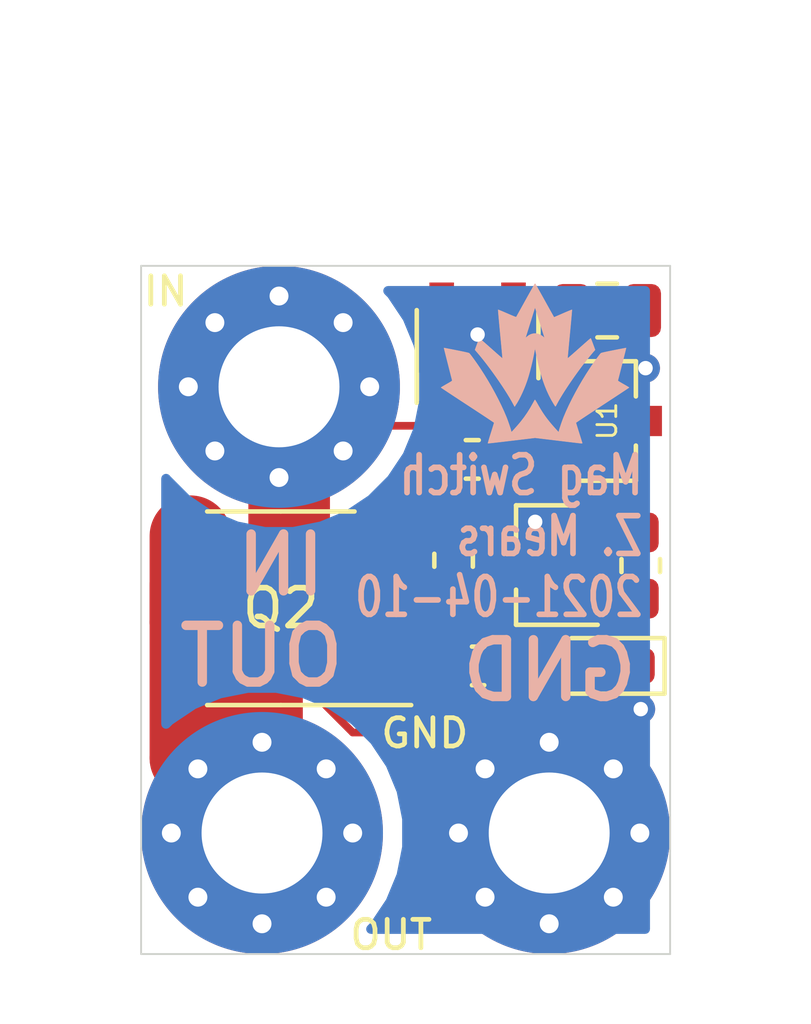
<source format=kicad_pcb>
(kicad_pcb (version 20171130) (host pcbnew "(5.1.6)-1")

  (general
    (thickness 1.6)
    (drawings 11)
    (tracks 64)
    (zones 0)
    (modules 14)
    (nets 11)
  )

  (page A4)
  (layers
    (0 F.Cu signal)
    (31 B.Cu signal)
    (32 B.Adhes user)
    (33 F.Adhes user)
    (34 B.Paste user)
    (35 F.Paste user)
    (36 B.SilkS user)
    (37 F.SilkS user)
    (38 B.Mask user)
    (39 F.Mask user)
    (40 Dwgs.User user)
    (41 Cmts.User user)
    (42 Eco1.User user)
    (43 Eco2.User user)
    (44 Edge.Cuts user)
    (45 Margin user)
    (46 B.CrtYd user)
    (47 F.CrtYd user)
    (48 B.Fab user)
    (49 F.Fab user)
  )

  (setup
    (last_trace_width 0.25)
    (user_trace_width 0.2032)
    (user_trace_width 2.159)
    (trace_clearance 0.2)
    (zone_clearance 0.508)
    (zone_45_only no)
    (trace_min 0.2)
    (via_size 0.8)
    (via_drill 0.4)
    (via_min_size 0.4)
    (via_min_drill 0.3)
    (user_via 0.762 0.381)
    (uvia_size 0.3)
    (uvia_drill 0.1)
    (uvias_allowed no)
    (uvia_min_size 0.2)
    (uvia_min_drill 0.1)
    (edge_width 0.05)
    (segment_width 0.2)
    (pcb_text_width 0.3)
    (pcb_text_size 1.5 1.5)
    (mod_edge_width 0.12)
    (mod_text_size 1 1)
    (mod_text_width 0.15)
    (pad_size 1.524 1.524)
    (pad_drill 0.762)
    (pad_to_mask_clearance 0.05)
    (aux_axis_origin 0 0)
    (visible_elements 7FFFFFFF)
    (pcbplotparams
      (layerselection 0x010fc_ffffffff)
      (usegerberextensions false)
      (usegerberattributes true)
      (usegerberadvancedattributes true)
      (creategerberjobfile true)
      (excludeedgelayer true)
      (linewidth 0.100000)
      (plotframeref false)
      (viasonmask false)
      (mode 1)
      (useauxorigin false)
      (hpglpennumber 1)
      (hpglpenspeed 20)
      (hpglpendiameter 15.000000)
      (psnegative false)
      (psa4output false)
      (plotreference true)
      (plotvalue true)
      (plotinvisibletext false)
      (padsonsilk false)
      (subtractmaskfromsilk false)
      (outputformat 1)
      (mirror false)
      (drillshape 0)
      (scaleselection 1)
      (outputdirectory "Gerbers/"))
  )

  (net 0 "")
  (net 1 "Net-(U2-Pad5)")
  (net 2 "Net-(U2-Pad4)")
  (net 3 /IN)
  (net 4 GND)
  (net 5 "Net-(Q1-Pad1)")
  (net 6 +3V3)
  (net 7 "Net-(Q1-Pad3)")
  (net 8 /OUT)
  (net 9 "Net-(D1-Pad2)")
  (net 10 "Net-(R3-Pad2)")

  (net_class Default "This is the default net class."
    (clearance 0.2)
    (trace_width 0.25)
    (via_dia 0.8)
    (via_drill 0.4)
    (uvia_dia 0.3)
    (uvia_drill 0.1)
    (add_net +3V3)
    (add_net /IN)
    (add_net /OUT)
    (add_net GND)
    (add_net "Net-(D1-Pad2)")
    (add_net "Net-(Q1-Pad1)")
    (add_net "Net-(Q1-Pad3)")
    (add_net "Net-(R3-Pad2)")
    (add_net "Net-(U2-Pad4)")
    (add_net "Net-(U2-Pad5)")
  )

  (module Team_Logo:Logo_SilkScreen_5mm (layer B.Cu) (tedit 0) (tstamp 60726447)
    (at 3.429 -15.621 180)
    (fp_text reference G*** (at 0 0) (layer B.SilkS) hide
      (effects (font (size 1.524 1.524) (thickness 0.3)) (justify mirror))
    )
    (fp_text value LOGO (at 0.75 0) (layer B.SilkS) hide
      (effects (font (size 1.524 1.524) (thickness 0.3)) (justify mirror))
    )
    (fp_poly (pts (xy 0.007914 2.102095) (xy 0.018516 2.084931) (xy 0.034733 2.057506) (xy 0.056017 2.020785)
      (xy 0.081817 1.975731) (xy 0.111583 1.92331) (xy 0.144765 1.864485) (xy 0.180813 1.800222)
      (xy 0.219176 1.731483) (xy 0.252447 1.671606) (xy 0.292369 1.599633) (xy 0.330398 1.531105)
      (xy 0.365983 1.467012) (xy 0.398574 1.408344) (xy 0.427619 1.356092) (xy 0.452569 1.311245)
      (xy 0.472873 1.274795) (xy 0.48798 1.24773) (xy 0.497339 1.231042) (xy 0.500334 1.225803)
      (xy 0.504557 1.224399) (xy 0.51441 1.22605) (xy 0.530913 1.231149) (xy 0.55509 1.240091)
      (xy 0.587962 1.253272) (xy 0.630551 1.271084) (xy 0.68388 1.293924) (xy 0.740783 1.318615)
      (xy 0.794229 1.34174) (xy 0.843633 1.362802) (xy 0.887555 1.38121) (xy 0.924557 1.396375)
      (xy 0.953199 1.407707) (xy 0.972043 1.414618) (xy 0.979651 1.416518) (xy 0.9797 1.416483)
      (xy 0.97968 1.409077) (xy 0.978395 1.388792) (xy 0.97593 1.356601) (xy 0.972371 1.313478)
      (xy 0.967805 1.260395) (xy 0.962318 1.198327) (xy 0.955995 1.128245) (xy 0.948924 1.051124)
      (xy 0.94119 0.967936) (xy 0.93288 0.879655) (xy 0.92408 0.787253) (xy 0.922606 0.771887)
      (xy 0.913721 0.678942) (xy 0.905282 0.589986) (xy 0.897379 0.50599) (xy 0.890099 0.427923)
      (xy 0.883532 0.356756) (xy 0.877764 0.293459) (xy 0.872885 0.239002) (xy 0.868983 0.194357)
      (xy 0.866146 0.160493) (xy 0.864462 0.138381) (xy 0.86402 0.12899) (xy 0.864073 0.128731)
      (xy 0.869652 0.132689) (xy 0.884688 0.145113) (xy 0.908257 0.165197) (xy 0.939434 0.192137)
      (xy 0.977296 0.225127) (xy 1.020918 0.263364) (xy 1.069376 0.306041) (xy 1.121745 0.352354)
      (xy 1.168061 0.39346) (xy 1.223108 0.442306) (xy 1.2751 0.488277) (xy 1.3231 0.530555)
      (xy 1.366174 0.568324) (xy 1.403385 0.600767) (xy 1.433797 0.627069) (xy 1.456475 0.646413)
      (xy 1.470482 0.657982) (xy 1.474853 0.661095) (xy 1.476978 0.659537) (xy 1.480242 0.654092)
      (xy 1.485099 0.643602) (xy 1.492001 0.626911) (xy 1.501401 0.602862) (xy 1.513751 0.570298)
      (xy 1.529503 0.528061) (xy 1.549111 0.474996) (xy 1.571753 0.413417) (xy 1.592427 0.357108)
      (xy 1.533126 0.288698) (xy 1.456616 0.198194) (xy 1.376367 0.099105) (xy 1.293504 -0.00696)
      (xy 1.209153 -0.118391) (xy 1.12444 -0.233578) (xy 1.04049 -0.350911) (xy 0.958429 -0.468779)
      (xy 0.879382 -0.585573) (xy 0.804476 -0.699683) (xy 0.734836 -0.809499) (xy 0.671587 -0.91341)
      (xy 0.615856 -1.009807) (xy 0.582192 -1.071437) (xy 0.544401 -1.142623) (xy 0.521445 -1.109258)
      (xy 0.477684 -1.040895) (xy 0.432339 -0.961222) (xy 0.3865 -0.872587) (xy 0.341257 -0.777337)
      (xy 0.297702 -0.677821) (xy 0.256925 -0.576387) (xy 0.220016 -0.475383) (xy 0.201808 -0.421014)
      (xy 0.168975 -0.31398) (xy 0.136111 -0.196397) (xy 0.104045 -0.071606) (xy 0.073605 0.057052)
      (xy 0.045619 0.186234) (xy 0.023846 0.296803) (xy 0.004129 0.402236) (xy -0.031696 0.223734)
      (xy -0.071287 0.037848) (xy -0.112993 -0.13529) (xy -0.15719 -0.296738) (xy -0.204253 -0.447556)
      (xy -0.254557 -0.588803) (xy -0.308478 -0.721539) (xy -0.366391 -0.846822) (xy -0.42867 -0.965714)
      (xy -0.489731 -1.069689) (xy -0.506356 -1.096104) (xy -0.520568 -1.117856) (xy -0.530643 -1.132356)
      (xy -0.534554 -1.136989) (xy -0.539719 -1.132639) (xy -0.549334 -1.11834) (xy -0.561763 -1.096659)
      (xy -0.569037 -1.082849) (xy -0.609485 -1.007484) (xy -0.658109 -0.923061) (xy -0.713921 -0.830995)
      (xy -0.775934 -0.732702) (xy -0.843159 -0.629597) (xy -0.914609 -0.523097) (xy -0.989296 -0.414616)
      (xy -1.066231 -0.305572) (xy -1.144426 -0.197379) (xy -1.222894 -0.091454) (xy -1.300647 0.010787)
      (xy -1.376696 0.10793) (xy -1.450053 0.198558) (xy -1.519731 0.281255) (xy -1.526167 0.288698)
      (xy -1.585467 0.357108) (xy -1.564794 0.413417) (xy -1.541096 0.477864) (xy -1.521684 0.530382)
      (xy -1.506108 0.572126) (xy -1.493915 0.604252) (xy -1.484653 0.627918) (xy -1.47787 0.644278)
      (xy -1.473114 0.65449) (xy -1.469933 0.659709) (xy -1.467968 0.661095) (xy -1.461878 0.656599)
      (xy -1.446336 0.643655) (xy -1.42228 0.623079) (xy -1.390645 0.595687) (xy -1.352366 0.562294)
      (xy -1.30838 0.523717) (xy -1.259622 0.480772) (xy -1.207029 0.434274) (xy -1.161099 0.393538)
      (xy -1.106136 0.344809) (xy -1.054313 0.299038) (xy -1.006554 0.257027) (xy -0.963782 0.219582)
      (xy -0.926922 0.187508) (xy -0.896898 0.16161) (xy -0.874634 0.142691) (xy -0.861055 0.131556)
      (xy -0.857036 0.128808) (xy -0.857275 0.135991) (xy -0.85877 0.156056) (xy -0.861433 0.188034)
      (xy -0.865175 0.230953) (xy -0.869907 0.283845) (xy -0.875541 0.345739) (xy -0.881989 0.415664)
      (xy -0.889162 0.49265) (xy -0.896973 0.575728) (xy -0.905331 0.663927) (xy -0.906411 0.675241)
      (xy -0.24938 0.675241) (xy -0.246837 0.674499) (xy -0.236612 0.68203) (xy -0.220832 0.696236)
      (xy -0.21879 0.698194) (xy -0.194172 0.718687) (xy -0.163582 0.739692) (xy -0.135698 0.755571)
      (xy -0.073588 0.779156) (xy -0.010539 0.789226) (xy 0.052073 0.78599) (xy 0.112872 0.769657)
      (xy 0.170481 0.740437) (xy 0.220452 0.701447) (xy 0.238262 0.685581) (xy 0.250904 0.675876)
      (xy 0.256292 0.673876) (xy 0.256181 0.675013) (xy 0.253497 0.683383) (xy 0.247047 0.703849)
      (xy 0.237204 0.735219) (xy 0.224341 0.776302) (xy 0.20883 0.825904) (xy 0.191044 0.882836)
      (xy 0.171357 0.945903) (xy 0.15014 1.013915) (xy 0.12888 1.082109) (xy 0.106647 1.1534)
      (xy 0.085658 1.220629) (xy 0.066273 1.282639) (xy 0.048857 1.338272) (xy 0.033771 1.386372)
      (xy 0.02138 1.425781) (xy 0.012046 1.455342) (xy 0.006131 1.473897) (xy 0.004004 1.480288)
      (xy 0.00177 1.474112) (xy -0.004235 1.45579) (xy -0.013648 1.426464) (xy -0.026109 1.387278)
      (xy -0.041255 1.339376) (xy -0.058726 1.2839) (xy -0.078159 1.221995) (xy -0.099193 1.154804)
      (xy -0.121417 1.08363) (xy -0.143799 1.011891) (xy -0.165009 0.943968) (xy -0.184676 0.881049)
      (xy -0.202427 0.824323) (xy -0.217888 0.774979) (xy -0.230689 0.734205) (xy -0.240456 0.703189)
      (xy -0.246817 0.683121) (xy -0.24938 0.675241) (xy -0.906411 0.675241) (xy -0.91415 0.756276)
      (xy -0.915647 0.771887) (xy -0.924518 0.864869) (xy -0.932912 0.95389) (xy -0.940743 1.037977)
      (xy -0.947924 1.116157) (xy -0.954369 1.187457) (xy -0.959992 1.250902) (xy -0.964707 1.305521)
      (xy -0.968428 1.350339) (xy -0.971069 1.384383) (xy -0.972543 1.40668) (xy -0.972765 1.416258)
      (xy -0.972677 1.416546) (xy -0.965514 1.414872) (xy -0.947062 1.408168) (xy -0.918764 1.397026)
      (xy -0.882062 1.382034) (xy -0.838401 1.363782) (xy -0.789225 1.342861) (xy -0.735976 1.319861)
      (xy -0.734875 1.319382) (xy -0.681614 1.29623) (xy -0.632494 1.274931) (xy -0.588947 1.256101)
      (xy -0.552404 1.240358) (xy -0.524295 1.228317) (xy -0.506051 1.220595) (xy -0.499105 1.217809)
      (xy -0.499091 1.217808) (xy -0.495415 1.223739) (xy -0.48554 1.240897) (xy -0.469998 1.268328)
      (xy -0.449323 1.305078) (xy -0.424048 1.350194) (xy -0.394707 1.402721) (xy -0.361833 1.461707)
      (xy -0.32596 1.526196) (xy -0.287622 1.595237) (xy -0.250089 1.662934) (xy -0.209851 1.735394)
      (xy -0.171468 1.804189) (xy -0.135484 1.868364) (xy -0.102442 1.926964) (xy -0.072887 1.979033)
      (xy -0.047362 2.023618) (xy -0.026413 2.059762) (xy -0.010582 2.086511) (xy -0.000415 2.102909)
      (xy 0.00348 2.108033) (xy 0.007914 2.102095)) (layer B.SilkS) (width 0.01))
    (fp_poly (pts (xy -2.399303 0.40603) (xy -2.379967 0.4026) (xy -2.349648 0.39697) (xy -2.309681 0.389395)
      (xy -2.261401 0.380129) (xy -2.206141 0.369428) (xy -2.145238 0.357545) (xy -2.080024 0.344737)
      (xy -2.078906 0.344516) (xy -1.998323 0.328526) (xy -1.930525 0.314818) (xy -1.874604 0.303185)
      (xy -1.829652 0.29342) (xy -1.794761 0.285317) (xy -1.769022 0.27867) (xy -1.751526 0.273271)
      (xy -1.741367 0.268915) (xy -1.738898 0.267196) (xy -1.726426 0.253773) (xy -1.707274 0.230344)
      (xy -1.682553 0.198434) (xy -1.653376 0.159567) (xy -1.620856 0.115268) (xy -1.586104 0.067063)
      (xy -1.550233 0.016476) (xy -1.514356 -0.034969) (xy -1.479585 -0.085745) (xy -1.457727 -0.118234)
      (xy -1.354458 -0.277334) (xy -1.253281 -0.441776) (xy -1.155346 -0.609429) (xy -1.061801 -0.778163)
      (xy -0.973798 -0.945847) (xy -0.892487 -1.110352) (xy -0.819016 -1.269546) (xy -0.755218 -1.419617)
      (xy -0.739134 -1.46063) (xy -0.72165 -1.507438) (xy -0.703589 -1.557618) (xy -0.68577 -1.608749)
      (xy -0.669013 -1.658409) (xy -0.65414 -1.704176) (xy -0.64197 -1.743629) (xy -0.633324 -1.774346)
      (xy -0.629611 -1.790372) (xy -0.625353 -1.807015) (xy -0.62088 -1.815845) (xy -0.619923 -1.816274)
      (xy -0.613246 -1.811234) (xy -0.598928 -1.797142) (xy -0.578354 -1.775541) (xy -0.552912 -1.747973)
      (xy -0.523984 -1.715981) (xy -0.492958 -1.681108) (xy -0.461218 -1.644897) (xy -0.430149 -1.608889)
      (xy -0.401136 -1.574628) (xy -0.379951 -1.54904) (xy -0.315069 -1.46714) (xy -0.25532 -1.386123)
      (xy -0.198583 -1.302812) (xy -0.142732 -1.214035) (xy -0.085646 -1.116615) (xy -0.059188 -1.069471)
      (xy -0.039487 -1.034757) (xy -0.021834 -1.005166) (xy -0.00738 -0.982505) (xy 0.002728 -0.968579)
      (xy 0.007259 -0.965088) (xy 0.012526 -0.973146) (xy 0.022843 -0.990848) (xy 0.036705 -1.015556)
      (xy 0.052178 -1.043836) (xy 0.129089 -1.179716) (xy 0.207247 -1.30481) (xy 0.28871 -1.422225)
      (xy 0.375537 -1.53507) (xy 0.386337 -1.548357) (xy 0.412781 -1.580211) (xy 0.442384 -1.61504)
      (xy 0.473767 -1.651306) (xy 0.505545 -1.687468) (xy 0.536339 -1.721989) (xy 0.564766 -1.753329)
      (xy 0.589445 -1.779948) (xy 0.608992 -1.800309) (xy 0.622028 -1.812872) (xy 0.626883 -1.816274)
      (xy 0.631129 -1.810181) (xy 0.63561 -1.795069) (xy 0.636571 -1.790372) (xy 0.641986 -1.767926)
      (xy 0.651549 -1.7349) (xy 0.66444 -1.693717) (xy 0.679838 -1.646799) (xy 0.696924 -1.596567)
      (xy 0.714876 -1.545443) (xy 0.732873 -1.495849) (xy 0.750097 -1.450206) (xy 0.762178 -1.419617)
      (xy 0.825492 -1.270701) (xy 0.897659 -1.114261) (xy 0.977518 -0.952442) (xy 1.063912 -0.78739)
      (xy 1.155683 -0.621251) (xy 1.251672 -0.456171) (xy 1.350722 -0.294296) (xy 1.451675 -0.137772)
      (xy 1.463995 -0.119251) (xy 1.497378 -0.069822) (xy 1.532611 -0.018694) (xy 1.568585 0.032611)
      (xy 1.604188 0.08257) (xy 1.638312 0.129661) (xy 1.669845 0.172361) (xy 1.697678 0.209146)
      (xy 1.7207 0.238496) (xy 1.737802 0.258886) (xy 1.745553 0.266921) (xy 1.752906 0.270889)
      (xy 1.767791 0.275934) (xy 1.791057 0.282248) (xy 1.823552 0.290023) (xy 1.866124 0.299453)
      (xy 1.919624 0.310729) (xy 1.984898 0.324045) (xy 2.062795 0.339593) (xy 2.085561 0.344092)
      (xy 2.150866 0.356936) (xy 2.211884 0.368863) (xy 2.267281 0.379618) (xy 2.315724 0.388945)
      (xy 2.355878 0.396588) (xy 2.386409 0.402292) (xy 2.405985 0.405802) (xy 2.413271 0.406863)
      (xy 2.413282 0.406857) (xy 2.411871 0.400157) (xy 2.407357 0.381354) (xy 2.400092 0.351829)
      (xy 2.390424 0.312961) (xy 2.378704 0.266131) (xy 2.365282 0.212718) (xy 2.350509 0.154103)
      (xy 2.334733 0.091666) (xy 2.318307 0.026786) (xy 2.301579 -0.039155) (xy 2.284899 -0.104779)
      (xy 2.268619 -0.168704) (xy 2.253087 -0.229551) (xy 2.238655 -0.28594) (xy 2.225672 -0.336491)
      (xy 2.214488 -0.379823) (xy 2.205454 -0.414557) (xy 2.19892 -0.439312) (xy 2.195235 -0.452708)
      (xy 2.195076 -0.453241) (xy 2.196765 -0.458541) (xy 2.205068 -0.466598) (xy 2.221059 -0.478116)
      (xy 2.245815 -0.493804) (xy 2.280413 -0.514366) (xy 2.325929 -0.540511) (xy 2.341465 -0.549317)
      (xy 2.382695 -0.57284) (xy 2.419584 -0.594285) (xy 2.450494 -0.612666) (xy 2.473786 -0.626997)
      (xy 2.487821 -0.636294) (xy 2.491288 -0.6394) (xy 2.485575 -0.643811) (xy 2.468909 -0.655347)
      (xy 2.442003 -0.673538) (xy 2.405567 -0.697913) (xy 2.360312 -0.728004) (xy 2.30695 -0.76334)
      (xy 2.246192 -0.803452) (xy 2.178749 -0.84787) (xy 2.105332 -0.896125) (xy 2.026653 -0.947746)
      (xy 1.943423 -1.002264) (xy 1.856352 -1.05921) (xy 1.788519 -1.103515) (xy 1.699009 -1.162002)
      (xy 1.6128 -1.218441) (xy 1.530605 -1.27236) (xy 1.453136 -1.323288) (xy 1.381103 -1.370752)
      (xy 1.315218 -1.414282) (xy 1.256194 -1.453407) (xy 1.204741 -1.487654) (xy 1.161572 -1.516551)
      (xy 1.127398 -1.539629) (xy 1.10293 -1.556414) (xy 1.088881 -1.566436) (xy 1.085609 -1.569233)
      (xy 1.087617 -1.577185) (xy 1.093405 -1.596948) (xy 1.102527 -1.627073) (xy 1.114537 -1.666109)
      (xy 1.128987 -1.712609) (xy 1.14543 -1.765123) (xy 1.163421 -1.8222) (xy 1.169899 -1.842667)
      (xy 1.188187 -1.900842) (xy 1.204891 -1.954858) (xy 1.219588 -2.003284) (xy 1.231858 -2.044691)
      (xy 1.241279 -2.077649) (xy 1.247428 -2.100726) (xy 1.249885 -2.112494) (xy 1.24979 -2.113681)
      (xy 1.242366 -2.113537) (xy 1.222111 -2.111817) (xy 1.190012 -2.108631) (xy 1.147052 -2.10409)
      (xy 1.094217 -2.098305) (xy 1.032491 -2.091385) (xy 0.962861 -2.083441) (xy 0.886309 -2.074584)
      (xy 0.803823 -2.064924) (xy 0.716386 -2.054571) (xy 0.624983 -2.043637) (xy 0.624365 -2.043562)
      (xy 0.00348 -1.968904) (xy -0.604682 -2.042206) (xy -0.695479 -2.053127) (xy -0.782541 -2.063557)
      (xy -0.864846 -2.073374) (xy -0.941372 -2.08246) (xy -1.011098 -2.090694) (xy -1.073003 -2.097956)
      (xy -1.126065 -2.104126) (xy -1.169262 -2.109085) (xy -1.201573 -2.112712) (xy -1.221976 -2.114888)
      (xy -1.229244 -2.115507) (xy -1.241843 -2.113419) (xy -1.245644 -2.109732) (xy -1.243606 -2.102038)
      (xy -1.237792 -2.082534) (xy -1.228652 -2.052669) (xy -1.216636 -2.013894) (xy -1.202194 -1.967658)
      (xy -1.185777 -1.915412) (xy -1.167833 -1.858605) (xy -1.162137 -1.840631) (xy -1.143807 -1.782644)
      (xy -1.126871 -1.728704) (xy -1.111779 -1.680273) (xy -1.098982 -1.638814) (xy -1.08893 -1.605788)
      (xy -1.082074 -1.582658) (xy -1.078865 -1.570887) (xy -1.07868 -1.56979) (xy -1.084401 -1.565101)
      (xy -1.101077 -1.553295) (xy -1.127996 -1.534844) (xy -1.164447 -1.51022) (xy -1.209717 -1.479894)
      (xy -1.263097 -1.44434) (xy -1.323873 -1.404028) (xy -1.391335 -1.359433) (xy -1.464771 -1.311025)
      (xy -1.54347 -1.259276) (xy -1.626719 -1.20466) (xy -1.713808 -1.147648) (xy -1.781529 -1.103395)
      (xy -1.871025 -1.044918) (xy -1.957219 -0.988516) (xy -2.039398 -0.934658) (xy -2.116852 -0.883814)
      (xy -2.18887 -0.836454) (xy -2.254741 -0.793047) (xy -2.313754 -0.754064) (xy -2.365197 -0.719972)
      (xy -2.408359 -0.691244) (xy -2.442529 -0.668346) (xy -2.466997 -0.651751) (xy -2.48105 -0.641926)
      (xy -2.484328 -0.63928) (xy -2.478524 -0.634556) (xy -2.462203 -0.624037) (xy -2.437005 -0.608707)
      (xy -2.404568 -0.58955) (xy -2.366532 -0.567549) (xy -2.334506 -0.549317) (xy -2.285592 -0.521406)
      (xy -2.247911 -0.499284) (xy -2.220387 -0.482243) (xy -2.201943 -0.469578) (xy -2.191503 -0.460582)
      (xy -2.18799 -0.454548) (xy -2.188116 -0.453241) (xy -2.191584 -0.440724) (xy -2.197926 -0.416746)
      (xy -2.206793 -0.382687) (xy -2.217835 -0.339928) (xy -2.230701 -0.289849) (xy -2.245041 -0.233829)
      (xy -2.260505 -0.17325) (xy -2.276744 -0.109492) (xy -2.293407 -0.043934) (xy -2.310143 0.022043)
      (xy -2.326604 0.087059) (xy -2.342438 0.149733) (xy -2.357295 0.208686) (xy -2.370827 0.262537)
      (xy -2.382681 0.309906) (xy -2.392509 0.349412) (xy -2.39996 0.379676) (xy -2.404685 0.399318)
      (xy -2.406332 0.406956) (xy -2.406323 0.407006) (xy -2.399303 0.40603)) (layer B.SilkS) (width 0.01))
  )

  (module Capacitor_SMD:C_0805_2012Metric (layer F.Cu) (tedit 5B36C52B) (tstamp 6071E56D)
    (at 5.334 -17.018)
    (descr "Capacitor SMD 0805 (2012 Metric), square (rectangular) end terminal, IPC_7351 nominal, (Body size source: https://docs.google.com/spreadsheets/d/1BsfQQcO9C6DZCsRaXUlFlo91Tg2WpOkGARC1WS5S8t0/edit?usp=sharing), generated with kicad-footprint-generator")
    (tags capacitor)
    (path /607238B9)
    (attr smd)
    (fp_text reference C1 (at 0 -1.65) (layer F.SilkS) hide
      (effects (font (size 1 1) (thickness 0.15)))
    )
    (fp_text value 10uF (at 0 1.65) (layer F.Fab)
      (effects (font (size 1 1) (thickness 0.15)))
    )
    (fp_line (start -1 0.6) (end -1 -0.6) (layer F.Fab) (width 0.1))
    (fp_line (start -1 -0.6) (end 1 -0.6) (layer F.Fab) (width 0.1))
    (fp_line (start 1 -0.6) (end 1 0.6) (layer F.Fab) (width 0.1))
    (fp_line (start 1 0.6) (end -1 0.6) (layer F.Fab) (width 0.1))
    (fp_line (start -0.258578 -0.71) (end 0.258578 -0.71) (layer F.SilkS) (width 0.12))
    (fp_line (start -0.258578 0.71) (end 0.258578 0.71) (layer F.SilkS) (width 0.12))
    (fp_line (start -1.68 0.95) (end -1.68 -0.95) (layer F.CrtYd) (width 0.05))
    (fp_line (start -1.68 -0.95) (end 1.68 -0.95) (layer F.CrtYd) (width 0.05))
    (fp_line (start 1.68 -0.95) (end 1.68 0.95) (layer F.CrtYd) (width 0.05))
    (fp_line (start 1.68 0.95) (end -1.68 0.95) (layer F.CrtYd) (width 0.05))
    (fp_text user %R (at 0 0) (layer F.Fab)
      (effects (font (size 0.5 0.5) (thickness 0.08)))
    )
    (pad 2 smd roundrect (at 0.9375 0) (size 0.975 1.4) (layers F.Cu F.Paste F.Mask) (roundrect_rratio 0.25)
      (net 4 GND))
    (pad 1 smd roundrect (at -0.9375 0) (size 0.975 1.4) (layers F.Cu F.Paste F.Mask) (roundrect_rratio 0.25)
      (net 6 +3V3))
    (model ${KISYS3DMOD}/Capacitor_SMD.3dshapes/C_0805_2012Metric.wrl
      (at (xyz 0 0 0))
      (scale (xyz 1 1 1))
      (rotate (xyz 0 0 0))
    )
  )

  (module magswitch:SOIC-8_MOSFET (layer F.Cu) (tedit 60716B3A) (tstamp 6071D97F)
    (at -3.302 -9.144 180)
    (descr "SOIC, 8 Pin (JEDEC MS-012AA, https://www.analog.com/media/en/package-pcb-resources/package/pkg_pdf/soic_narrow-r/r_8.pdf), generated with kicad-footprint-generator ipc_gullwing_generator.py")
    (tags "SOIC SO")
    (path /606908AF)
    (attr smd)
    (fp_text reference Q2 (at 0 0) (layer F.SilkS)
      (effects (font (size 1 1) (thickness 0.15)))
    )
    (fp_text value Q_PMOS_GDS (at 0 3.4) (layer F.Fab)
      (effects (font (size 1 1) (thickness 0.15)))
    )
    (fp_line (start 3.7 -2.7) (end -3.7 -2.7) (layer F.CrtYd) (width 0.05))
    (fp_line (start 3.7 2.7) (end 3.7 -2.7) (layer F.CrtYd) (width 0.05))
    (fp_line (start -3.7 2.7) (end 3.7 2.7) (layer F.CrtYd) (width 0.05))
    (fp_line (start -3.7 -2.7) (end -3.7 2.7) (layer F.CrtYd) (width 0.05))
    (fp_line (start -1.95 -1.475) (end -0.975 -2.45) (layer F.Fab) (width 0.1))
    (fp_line (start -1.95 2.45) (end -1.95 -1.475) (layer F.Fab) (width 0.1))
    (fp_line (start 1.95 2.45) (end -1.95 2.45) (layer F.Fab) (width 0.1))
    (fp_line (start 1.95 -2.45) (end 1.95 2.45) (layer F.Fab) (width 0.1))
    (fp_line (start -0.975 -2.45) (end 1.95 -2.45) (layer F.Fab) (width 0.1))
    (fp_line (start 0 -2.56) (end -3.45 -2.56) (layer F.SilkS) (width 0.12))
    (fp_line (start 0 -2.56) (end 1.95 -2.56) (layer F.SilkS) (width 0.12))
    (fp_line (start 0 2.56) (end -1.95 2.56) (layer F.SilkS) (width 0.12))
    (fp_line (start 0 2.56) (end 1.95 2.56) (layer F.SilkS) (width 0.12))
    (fp_text user %R (at 0 0) (layer F.Fab)
      (effects (font (size 0.98 0.98) (thickness 0.15)))
    )
    (pad 2 smd roundrect (at 2.475 -1.905 180) (size 1.95 0.6) (layers F.Cu F.Paste F.Mask) (roundrect_rratio 0.25)
      (net 8 /OUT))
    (pad 2 smd roundrect (at 2.475 -0.635 180) (size 1.95 0.6) (layers F.Cu F.Paste F.Mask) (roundrect_rratio 0.25)
      (net 8 /OUT))
    (pad 2 smd roundrect (at 2.475 0.635 180) (size 1.95 0.6) (layers F.Cu F.Paste F.Mask) (roundrect_rratio 0.25)
      (net 8 /OUT))
    (pad 2 smd roundrect (at 2.475 1.905 180) (size 1.95 0.6) (layers F.Cu F.Paste F.Mask) (roundrect_rratio 0.25)
      (net 8 /OUT))
    (pad 1 smd roundrect (at -2.475 1.905 180) (size 1.95 0.6) (layers F.Cu F.Paste F.Mask) (roundrect_rratio 0.25)
      (net 7 "Net-(Q1-Pad3)"))
    (pad 3 smd roundrect (at -2.475 0.635 180) (size 1.95 0.6) (layers F.Cu F.Paste F.Mask) (roundrect_rratio 0.25)
      (net 3 /IN))
    (pad 3 smd roundrect (at -2.475 -0.635 180) (size 1.95 0.6) (layers F.Cu F.Paste F.Mask) (roundrect_rratio 0.25)
      (net 3 /IN))
    (pad 3 smd roundrect (at -2.475 -1.905 180) (size 1.95 0.6) (layers F.Cu F.Paste F.Mask) (roundrect_rratio 0.25)
      (net 3 /IN))
    (model ${KISYS3DMOD}/Package_SO.3dshapes/SOIC-8_3.9x4.9mm_P1.27mm.wrl
      (at (xyz 0 0 0))
      (scale (xyz 1 1 1))
      (rotate (xyz 0 0 0))
    )
  )

  (module Resistor_SMD:R_0603_1608Metric (layer F.Cu) (tedit 5B301BBD) (tstamp 60708E90)
    (at 1.919 -7.62)
    (descr "Resistor SMD 0603 (1608 Metric), square (rectangular) end terminal, IPC_7351 nominal, (Body size source: http://www.tortai-tech.com/upload/download/2011102023233369053.pdf), generated with kicad-footprint-generator")
    (tags resistor)
    (path /60683D1F)
    (attr smd)
    (fp_text reference R1 (at 0 -1.43) (layer F.SilkS) hide
      (effects (font (size 1 1) (thickness 0.15)))
    )
    (fp_text value R_US (at 0 1.43) (layer F.Fab)
      (effects (font (size 1 1) (thickness 0.15)))
    )
    (fp_line (start -0.8 0.4) (end -0.8 -0.4) (layer F.Fab) (width 0.1))
    (fp_line (start -0.8 -0.4) (end 0.8 -0.4) (layer F.Fab) (width 0.1))
    (fp_line (start 0.8 -0.4) (end 0.8 0.4) (layer F.Fab) (width 0.1))
    (fp_line (start 0.8 0.4) (end -0.8 0.4) (layer F.Fab) (width 0.1))
    (fp_line (start -0.162779 -0.51) (end 0.162779 -0.51) (layer F.SilkS) (width 0.12))
    (fp_line (start -0.162779 0.51) (end 0.162779 0.51) (layer F.SilkS) (width 0.12))
    (fp_line (start -1.48 0.73) (end -1.48 -0.73) (layer F.CrtYd) (width 0.05))
    (fp_line (start -1.48 -0.73) (end 1.48 -0.73) (layer F.CrtYd) (width 0.05))
    (fp_line (start 1.48 -0.73) (end 1.48 0.73) (layer F.CrtYd) (width 0.05))
    (fp_line (start 1.48 0.73) (end -1.48 0.73) (layer F.CrtYd) (width 0.05))
    (fp_text user %R (at 0 0) (layer F.Fab)
      (effects (font (size 0.4 0.4) (thickness 0.06)))
    )
    (pad 2 smd roundrect (at 0.7875 0) (size 0.875 0.95) (layers F.Cu F.Paste F.Mask) (roundrect_rratio 0.25)
      (net 9 "Net-(D1-Pad2)"))
    (pad 1 smd roundrect (at -0.7875 0) (size 0.875 0.95) (layers F.Cu F.Paste F.Mask) (roundrect_rratio 0.25)
      (net 8 /OUT))
    (model ${KISYS3DMOD}/Resistor_SMD.3dshapes/R_0603_1608Metric.wrl
      (at (xyz 0 0 0))
      (scale (xyz 1 1 1))
      (rotate (xyz 0 0 0))
    )
  )

  (module Resistor_SMD:R_0603_1608Metric_Pad1.05x0.95mm_HandSolder (layer F.Cu) (tedit 5B301BBD) (tstamp 60708E00)
    (at 6.223 -10.273 90)
    (descr "Resistor SMD 0603 (1608 Metric), square (rectangular) end terminal, IPC_7351 nominal with elongated pad for handsoldering. (Body size source: http://www.tortai-tech.com/upload/download/2011102023233369053.pdf), generated with kicad-footprint-generator")
    (tags "resistor handsolder")
    (path /6071250B)
    (attr smd)
    (fp_text reference R4 (at 0 -1.43 90) (layer F.SilkS) hide
      (effects (font (size 1 1) (thickness 0.15)))
    )
    (fp_text value 2k (at 0 1.43 90) (layer F.Fab)
      (effects (font (size 1 1) (thickness 0.15)))
    )
    (fp_line (start -0.8 0.4) (end -0.8 -0.4) (layer F.Fab) (width 0.1))
    (fp_line (start -0.8 -0.4) (end 0.8 -0.4) (layer F.Fab) (width 0.1))
    (fp_line (start 0.8 -0.4) (end 0.8 0.4) (layer F.Fab) (width 0.1))
    (fp_line (start 0.8 0.4) (end -0.8 0.4) (layer F.Fab) (width 0.1))
    (fp_line (start -0.171267 -0.51) (end 0.171267 -0.51) (layer F.SilkS) (width 0.12))
    (fp_line (start -0.171267 0.51) (end 0.171267 0.51) (layer F.SilkS) (width 0.12))
    (fp_line (start -1.65 0.73) (end -1.65 -0.73) (layer F.CrtYd) (width 0.05))
    (fp_line (start -1.65 -0.73) (end 1.65 -0.73) (layer F.CrtYd) (width 0.05))
    (fp_line (start 1.65 -0.73) (end 1.65 0.73) (layer F.CrtYd) (width 0.05))
    (fp_line (start 1.65 0.73) (end -1.65 0.73) (layer F.CrtYd) (width 0.05))
    (fp_text user %R (at 0 0 90) (layer F.Fab)
      (effects (font (size 0.4 0.4) (thickness 0.06)))
    )
    (pad 2 smd roundrect (at 0.875 0 90) (size 1.05 0.95) (layers F.Cu F.Paste F.Mask) (roundrect_rratio 0.25)
      (net 10 "Net-(R3-Pad2)"))
    (pad 1 smd roundrect (at -0.875 0 90) (size 1.05 0.95) (layers F.Cu F.Paste F.Mask) (roundrect_rratio 0.25)
      (net 5 "Net-(Q1-Pad1)"))
    (model ${KISYS3DMOD}/Resistor_SMD.3dshapes/R_0603_1608Metric.wrl
      (at (xyz 0 0 0))
      (scale (xyz 1 1 1))
      (rotate (xyz 0 0 0))
    )
  )

  (module Resistor_SMD:R_0603_1608Metric_Pad1.05x0.95mm_HandSolder (layer F.Cu) (tedit 5B301BBD) (tstamp 6071DE0C)
    (at 1.764 -13.081)
    (descr "Resistor SMD 0603 (1608 Metric), square (rectangular) end terminal, IPC_7351 nominal with elongated pad for handsoldering. (Body size source: http://www.tortai-tech.com/upload/download/2011102023233369053.pdf), generated with kicad-footprint-generator")
    (tags "resistor handsolder")
    (path /60713431)
    (attr smd)
    (fp_text reference R3 (at 0 -1.43) (layer F.SilkS) hide
      (effects (font (size 1 1) (thickness 0.15)))
    )
    (fp_text value 100k (at 0 1.43) (layer F.Fab)
      (effects (font (size 1 1) (thickness 0.15)))
    )
    (fp_line (start -0.8 0.4) (end -0.8 -0.4) (layer F.Fab) (width 0.1))
    (fp_line (start -0.8 -0.4) (end 0.8 -0.4) (layer F.Fab) (width 0.1))
    (fp_line (start 0.8 -0.4) (end 0.8 0.4) (layer F.Fab) (width 0.1))
    (fp_line (start 0.8 0.4) (end -0.8 0.4) (layer F.Fab) (width 0.1))
    (fp_line (start -0.171267 -0.51) (end 0.171267 -0.51) (layer F.SilkS) (width 0.12))
    (fp_line (start -0.171267 0.51) (end 0.171267 0.51) (layer F.SilkS) (width 0.12))
    (fp_line (start -1.65 0.73) (end -1.65 -0.73) (layer F.CrtYd) (width 0.05))
    (fp_line (start -1.65 -0.73) (end 1.65 -0.73) (layer F.CrtYd) (width 0.05))
    (fp_line (start 1.65 -0.73) (end 1.65 0.73) (layer F.CrtYd) (width 0.05))
    (fp_line (start 1.65 0.73) (end -1.65 0.73) (layer F.CrtYd) (width 0.05))
    (fp_text user %R (at 0 0) (layer F.Fab)
      (effects (font (size 0.4 0.4) (thickness 0.06)))
    )
    (pad 2 smd roundrect (at 0.875 0) (size 1.05 0.95) (layers F.Cu F.Paste F.Mask) (roundrect_rratio 0.25)
      (net 10 "Net-(R3-Pad2)"))
    (pad 1 smd roundrect (at -0.875 0) (size 1.05 0.95) (layers F.Cu F.Paste F.Mask) (roundrect_rratio 0.25)
      (net 6 +3V3))
    (model ${KISYS3DMOD}/Resistor_SMD.3dshapes/R_0603_1608Metric.wrl
      (at (xyz 0 0 0))
      (scale (xyz 1 1 1))
      (rotate (xyz 0 0 0))
    )
  )

  (module Resistor_SMD:R_0603_1608Metric_Pad1.05x0.95mm_HandSolder (layer F.Cu) (tedit 5B301BBD) (tstamp 60708F07)
    (at 1.27 -10.414 90)
    (descr "Resistor SMD 0603 (1608 Metric), square (rectangular) end terminal, IPC_7351 nominal with elongated pad for handsoldering. (Body size source: http://www.tortai-tech.com/upload/download/2011102023233369053.pdf), generated with kicad-footprint-generator")
    (tags "resistor handsolder")
    (path /607010B9)
    (attr smd)
    (fp_text reference R2 (at 0 -1.43 90) (layer F.SilkS) hide
      (effects (font (size 1 1) (thickness 0.15)))
    )
    (fp_text value 1M (at 0 1.43 90) (layer F.Fab)
      (effects (font (size 1 1) (thickness 0.15)))
    )
    (fp_line (start -0.8 0.4) (end -0.8 -0.4) (layer F.Fab) (width 0.1))
    (fp_line (start -0.8 -0.4) (end 0.8 -0.4) (layer F.Fab) (width 0.1))
    (fp_line (start 0.8 -0.4) (end 0.8 0.4) (layer F.Fab) (width 0.1))
    (fp_line (start 0.8 0.4) (end -0.8 0.4) (layer F.Fab) (width 0.1))
    (fp_line (start -0.171267 -0.51) (end 0.171267 -0.51) (layer F.SilkS) (width 0.12))
    (fp_line (start -0.171267 0.51) (end 0.171267 0.51) (layer F.SilkS) (width 0.12))
    (fp_line (start -1.65 0.73) (end -1.65 -0.73) (layer F.CrtYd) (width 0.05))
    (fp_line (start -1.65 -0.73) (end 1.65 -0.73) (layer F.CrtYd) (width 0.05))
    (fp_line (start 1.65 -0.73) (end 1.65 0.73) (layer F.CrtYd) (width 0.05))
    (fp_line (start 1.65 0.73) (end -1.65 0.73) (layer F.CrtYd) (width 0.05))
    (fp_text user %R (at 0 0 90) (layer F.Fab)
      (effects (font (size 0.4 0.4) (thickness 0.06)))
    )
    (pad 2 smd roundrect (at 0.875 0 90) (size 1.05 0.95) (layers F.Cu F.Paste F.Mask) (roundrect_rratio 0.25)
      (net 7 "Net-(Q1-Pad3)"))
    (pad 1 smd roundrect (at -0.875 0 90) (size 1.05 0.95) (layers F.Cu F.Paste F.Mask) (roundrect_rratio 0.25)
      (net 3 /IN))
    (model ${KISYS3DMOD}/Resistor_SMD.3dshapes/R_0603_1608Metric.wrl
      (at (xyz 0 0 0))
      (scale (xyz 1 1 1))
      (rotate (xyz 0 0 0))
    )
  )

  (module LED_SMD:LED_0603_1608Metric_Pad1.05x0.95mm_HandSolder (layer F.Cu) (tedit 5B4B45C9) (tstamp 6070CB51)
    (at 5.193 -7.62 180)
    (descr "LED SMD 0603 (1608 Metric), square (rectangular) end terminal, IPC_7351 nominal, (Body size source: http://www.tortai-tech.com/upload/download/2011102023233369053.pdf), generated with kicad-footprint-generator")
    (tags "LED handsolder")
    (path /606834DB)
    (attr smd)
    (fp_text reference D1 (at 0 -1.43) (layer F.SilkS) hide
      (effects (font (size 1 1) (thickness 0.15)))
    )
    (fp_text value LED (at 0 1.43) (layer F.Fab)
      (effects (font (size 1 1) (thickness 0.15)))
    )
    (fp_line (start 0.8 -0.4) (end -0.5 -0.4) (layer F.Fab) (width 0.1))
    (fp_line (start -0.5 -0.4) (end -0.8 -0.1) (layer F.Fab) (width 0.1))
    (fp_line (start -0.8 -0.1) (end -0.8 0.4) (layer F.Fab) (width 0.1))
    (fp_line (start -0.8 0.4) (end 0.8 0.4) (layer F.Fab) (width 0.1))
    (fp_line (start 0.8 0.4) (end 0.8 -0.4) (layer F.Fab) (width 0.1))
    (fp_line (start 0.8 -0.735) (end -1.66 -0.735) (layer F.SilkS) (width 0.12))
    (fp_line (start -1.66 -0.735) (end -1.66 0.735) (layer F.SilkS) (width 0.12))
    (fp_line (start -1.66 0.735) (end 0.8 0.735) (layer F.SilkS) (width 0.12))
    (fp_line (start -1.65 0.73) (end -1.65 -0.73) (layer F.CrtYd) (width 0.05))
    (fp_line (start -1.65 -0.73) (end 1.65 -0.73) (layer F.CrtYd) (width 0.05))
    (fp_line (start 1.65 -0.73) (end 1.65 0.73) (layer F.CrtYd) (width 0.05))
    (fp_line (start 1.65 0.73) (end -1.65 0.73) (layer F.CrtYd) (width 0.05))
    (fp_text user %R (at 0 0) (layer F.Fab)
      (effects (font (size 0.4 0.4) (thickness 0.06)))
    )
    (pad 2 smd roundrect (at 0.875 0 180) (size 1.05 0.95) (layers F.Cu F.Paste F.Mask) (roundrect_rratio 0.25)
      (net 9 "Net-(D1-Pad2)"))
    (pad 1 smd roundrect (at -0.875 0 180) (size 1.05 0.95) (layers F.Cu F.Paste F.Mask) (roundrect_rratio 0.25)
      (net 4 GND))
    (model ${KISYS3DMOD}/LED_SMD.3dshapes/LED_0603_1608Metric.wrl
      (at (xyz 0 0 0))
      (scale (xyz 1 1 1))
      (rotate (xyz 0 0 0))
    )
  )

  (module Package_TO_SOT_SMD:SOT-23 (layer F.Cu) (tedit 5A02FF57) (tstamp 60707713)
    (at 3.683 -10.287 180)
    (descr "SOT-23, Standard")
    (tags SOT-23)
    (path /606900C0)
    (attr smd)
    (fp_text reference Q1 (at 0 -2.5) (layer F.SilkS) hide
      (effects (font (size 1 1) (thickness 0.15)))
    )
    (fp_text value BSS138 (at 0 2.5) (layer F.Fab)
      (effects (font (size 1 1) (thickness 0.15)))
    )
    (fp_line (start 0.76 1.58) (end -0.7 1.58) (layer F.SilkS) (width 0.12))
    (fp_line (start 0.76 -1.58) (end -1.4 -1.58) (layer F.SilkS) (width 0.12))
    (fp_line (start -1.7 1.75) (end -1.7 -1.75) (layer F.CrtYd) (width 0.05))
    (fp_line (start 1.7 1.75) (end -1.7 1.75) (layer F.CrtYd) (width 0.05))
    (fp_line (start 1.7 -1.75) (end 1.7 1.75) (layer F.CrtYd) (width 0.05))
    (fp_line (start -1.7 -1.75) (end 1.7 -1.75) (layer F.CrtYd) (width 0.05))
    (fp_line (start 0.76 -1.58) (end 0.76 -0.65) (layer F.SilkS) (width 0.12))
    (fp_line (start 0.76 1.58) (end 0.76 0.65) (layer F.SilkS) (width 0.12))
    (fp_line (start -0.7 1.52) (end 0.7 1.52) (layer F.Fab) (width 0.1))
    (fp_line (start 0.7 -1.52) (end 0.7 1.52) (layer F.Fab) (width 0.1))
    (fp_line (start -0.7 -0.95) (end -0.15 -1.52) (layer F.Fab) (width 0.1))
    (fp_line (start -0.15 -1.52) (end 0.7 -1.52) (layer F.Fab) (width 0.1))
    (fp_line (start -0.7 -0.95) (end -0.7 1.5) (layer F.Fab) (width 0.1))
    (fp_text user %R (at 0 0 90) (layer F.Fab)
      (effects (font (size 0.5 0.5) (thickness 0.075)))
    )
    (pad 3 smd rect (at 1 0 180) (size 0.9 0.8) (layers F.Cu F.Paste F.Mask)
      (net 7 "Net-(Q1-Pad3)"))
    (pad 2 smd rect (at -1 0.95 180) (size 0.9 0.8) (layers F.Cu F.Paste F.Mask)
      (net 4 GND))
    (pad 1 smd rect (at -1 -0.95 180) (size 0.9 0.8) (layers F.Cu F.Paste F.Mask)
      (net 5 "Net-(Q1-Pad1)"))
    (model ${KISYS3DMOD}/Package_TO_SOT_SMD.3dshapes/SOT-23.wrl
      (at (xyz 0 0 0))
      (scale (xyz 1 1 1))
      (rotate (xyz 0 0 0))
    )
  )

  (module Package_TO_SOT_SMD:SOT-23-5 (layer F.Cu) (tedit 5A02FF57) (tstamp 60707476)
    (at 1.905 -16.129 90)
    (descr "5-pin SOT23 package")
    (tags SOT-23-5)
    (path /606B9DD1)
    (attr smd)
    (fp_text reference U2 (at 0 -2.9 90) (layer F.SilkS) hide
      (effects (font (size 1 1) (thickness 0.15)))
    )
    (fp_text value S-812C33AMC-C2NT2U (at 0 2.9 90) (layer F.Fab)
      (effects (font (size 1 1) (thickness 0.15)))
    )
    (fp_line (start 0.9 -1.55) (end 0.9 1.55) (layer F.Fab) (width 0.1))
    (fp_line (start 0.9 1.55) (end -0.9 1.55) (layer F.Fab) (width 0.1))
    (fp_line (start -0.9 -0.9) (end -0.9 1.55) (layer F.Fab) (width 0.1))
    (fp_line (start 0.9 -1.55) (end -0.25 -1.55) (layer F.Fab) (width 0.1))
    (fp_line (start -0.9 -0.9) (end -0.25 -1.55) (layer F.Fab) (width 0.1))
    (fp_line (start -1.9 1.8) (end -1.9 -1.8) (layer F.CrtYd) (width 0.05))
    (fp_line (start 1.9 1.8) (end -1.9 1.8) (layer F.CrtYd) (width 0.05))
    (fp_line (start 1.9 -1.8) (end 1.9 1.8) (layer F.CrtYd) (width 0.05))
    (fp_line (start -1.9 -1.8) (end 1.9 -1.8) (layer F.CrtYd) (width 0.05))
    (fp_line (start 0.9 -1.61) (end -1.55 -1.61) (layer F.SilkS) (width 0.12))
    (fp_line (start -0.9 1.61) (end 0.9 1.61) (layer F.SilkS) (width 0.12))
    (fp_text user %R (at 0 0) (layer F.Fab)
      (effects (font (size 0.5 0.5) (thickness 0.075)))
    )
    (pad 5 smd rect (at 1.1 -0.95 90) (size 1.06 0.65) (layers F.Cu F.Paste F.Mask)
      (net 1 "Net-(U2-Pad5)"))
    (pad 4 smd rect (at 1.1 0.95 90) (size 1.06 0.65) (layers F.Cu F.Paste F.Mask)
      (net 2 "Net-(U2-Pad4)"))
    (pad 3 smd rect (at -1.1 0.95 90) (size 1.06 0.65) (layers F.Cu F.Paste F.Mask)
      (net 6 +3V3))
    (pad 2 smd rect (at -1.1 0 90) (size 1.06 0.65) (layers F.Cu F.Paste F.Mask)
      (net 3 /IN))
    (pad 1 smd rect (at -1.1 -0.95 90) (size 1.06 0.65) (layers F.Cu F.Paste F.Mask)
      (net 4 GND))
    (model ${KISYS3DMOD}/Package_TO_SOT_SMD.3dshapes/SOT-23-5.wrl
      (at (xyz 0 0 0))
      (scale (xyz 1 1 1))
      (rotate (xyz 0 0 0))
    )
  )

  (module MountingHole:MountingHole_3.2mm_M3_Pad_Via (layer F.Cu) (tedit 56DDBCCA) (tstamp 60707104)
    (at -3.35026 -15.00124)
    (descr "Mounting Hole 3.2mm, M3")
    (tags "mounting hole 3.2mm m3")
    (path /606890C9)
    (attr virtual)
    (fp_text reference H3 (at 0 -4.2) (layer F.SilkS) hide
      (effects (font (size 1 1) (thickness 0.15)))
    )
    (fp_text value MountingHole_Pad (at 0 4.2) (layer F.Fab) hide
      (effects (font (size 1 1) (thickness 0.15)))
    )
    (fp_circle (center 0 0) (end 3.45 0) (layer F.CrtYd) (width 0.05))
    (fp_circle (center 0 0) (end 3.2 0) (layer Cmts.User) (width 0.15))
    (fp_text user %R (at 0.3 0) (layer F.Fab) hide
      (effects (font (size 1 1) (thickness 0.15)))
    )
    (pad 1 thru_hole circle (at 1.697056 -1.697056) (size 0.8 0.8) (drill 0.5) (layers *.Cu *.Mask)
      (net 3 /IN))
    (pad 1 thru_hole circle (at 0 -2.4) (size 0.8 0.8) (drill 0.5) (layers *.Cu *.Mask)
      (net 3 /IN))
    (pad 1 thru_hole circle (at -1.697056 -1.697056) (size 0.8 0.8) (drill 0.5) (layers *.Cu *.Mask)
      (net 3 /IN))
    (pad 1 thru_hole circle (at -2.4 0) (size 0.8 0.8) (drill 0.5) (layers *.Cu *.Mask)
      (net 3 /IN))
    (pad 1 thru_hole circle (at -1.697056 1.697056) (size 0.8 0.8) (drill 0.5) (layers *.Cu *.Mask)
      (net 3 /IN))
    (pad 1 thru_hole circle (at 0 2.4) (size 0.8 0.8) (drill 0.5) (layers *.Cu *.Mask)
      (net 3 /IN))
    (pad 1 thru_hole circle (at 1.697056 1.697056) (size 0.8 0.8) (drill 0.5) (layers *.Cu *.Mask)
      (net 3 /IN))
    (pad 1 thru_hole circle (at 2.4 0) (size 0.8 0.8) (drill 0.5) (layers *.Cu *.Mask)
      (net 3 /IN))
    (pad 1 thru_hole circle (at 0 0) (size 6.4 6.4) (drill 3.2) (layers *.Cu *.Mask)
      (net 3 /IN))
  )

  (module MountingHole:MountingHole_3.2mm_M3_Pad_Via (layer F.Cu) (tedit 56DDBCCA) (tstamp 607070F4)
    (at 3.79984 -3.2004)
    (descr "Mounting Hole 3.2mm, M3")
    (tags "mounting hole 3.2mm m3")
    (path /6068A0D4)
    (zone_connect 2)
    (attr virtual)
    (fp_text reference H2 (at 0 -4.2) (layer F.SilkS) hide
      (effects (font (size 1 1) (thickness 0.15)))
    )
    (fp_text value MountingHole_Pad (at 0 4.2) (layer F.Fab)
      (effects (font (size 1 1) (thickness 0.15)))
    )
    (fp_circle (center 0 0) (end 3.45 0) (layer F.CrtYd) (width 0.05))
    (fp_circle (center 0 0) (end 3.2 0) (layer Cmts.User) (width 0.15))
    (fp_text user %R (at 0.3 0) (layer F.Fab)
      (effects (font (size 1 1) (thickness 0.15)))
    )
    (pad 1 thru_hole circle (at 1.697056 -1.697056) (size 0.8 0.8) (drill 0.5) (layers *.Cu *.Mask)
      (net 4 GND) (zone_connect 2))
    (pad 1 thru_hole circle (at 0 -2.4) (size 0.8 0.8) (drill 0.5) (layers *.Cu *.Mask)
      (net 4 GND) (zone_connect 2))
    (pad 1 thru_hole circle (at -1.697056 -1.697056) (size 0.8 0.8) (drill 0.5) (layers *.Cu *.Mask)
      (net 4 GND) (zone_connect 2))
    (pad 1 thru_hole circle (at -2.4 0) (size 0.8 0.8) (drill 0.5) (layers *.Cu *.Mask)
      (net 4 GND) (zone_connect 2))
    (pad 1 thru_hole circle (at -1.697056 1.697056) (size 0.8 0.8) (drill 0.5) (layers *.Cu *.Mask)
      (net 4 GND) (zone_connect 2))
    (pad 1 thru_hole circle (at 0 2.4) (size 0.8 0.8) (drill 0.5) (layers *.Cu *.Mask)
      (net 4 GND) (zone_connect 2))
    (pad 1 thru_hole circle (at 1.697056 1.697056) (size 0.8 0.8) (drill 0.5) (layers *.Cu *.Mask)
      (net 4 GND) (zone_connect 2))
    (pad 1 thru_hole circle (at 2.4 0) (size 0.8 0.8) (drill 0.5) (layers *.Cu *.Mask)
      (net 4 GND) (zone_connect 2))
    (pad 1 thru_hole circle (at 0 0) (size 6.4 6.4) (drill 3.2) (layers *.Cu *.Mask)
      (net 4 GND) (zone_connect 2))
  )

  (module MountingHole:MountingHole_3.2mm_M3_Pad_Via (layer F.Cu) (tedit 56DDBCCA) (tstamp 607070E4)
    (at -3.79984 -3.2004)
    (descr "Mounting Hole 3.2mm, M3")
    (tags "mounting hole 3.2mm m3")
    (path /60689618)
    (attr virtual)
    (fp_text reference H1 (at 0 -4.2) (layer F.SilkS) hide
      (effects (font (size 1 1) (thickness 0.15)))
    )
    (fp_text value MountingHole_Pad (at 0 4.2) (layer F.Fab)
      (effects (font (size 1 1) (thickness 0.15)))
    )
    (fp_circle (center 0 0) (end 3.45 0) (layer F.CrtYd) (width 0.05))
    (fp_circle (center 0 0) (end 3.2 0) (layer Cmts.User) (width 0.15))
    (fp_text user %R (at 0.3 0) (layer F.Fab)
      (effects (font (size 1 1) (thickness 0.15)))
    )
    (pad 1 thru_hole circle (at 1.697056 -1.697056) (size 0.8 0.8) (drill 0.5) (layers *.Cu *.Mask)
      (net 8 /OUT))
    (pad 1 thru_hole circle (at 0 -2.4) (size 0.8 0.8) (drill 0.5) (layers *.Cu *.Mask)
      (net 8 /OUT))
    (pad 1 thru_hole circle (at -1.697056 -1.697056) (size 0.8 0.8) (drill 0.5) (layers *.Cu *.Mask)
      (net 8 /OUT))
    (pad 1 thru_hole circle (at -2.4 0) (size 0.8 0.8) (drill 0.5) (layers *.Cu *.Mask)
      (net 8 /OUT))
    (pad 1 thru_hole circle (at -1.697056 1.697056) (size 0.8 0.8) (drill 0.5) (layers *.Cu *.Mask)
      (net 8 /OUT))
    (pad 1 thru_hole circle (at 0 2.4) (size 0.8 0.8) (drill 0.5) (layers *.Cu *.Mask)
      (net 8 /OUT))
    (pad 1 thru_hole circle (at 1.697056 1.697056) (size 0.8 0.8) (drill 0.5) (layers *.Cu *.Mask)
      (net 8 /OUT))
    (pad 1 thru_hole circle (at 2.4 0) (size 0.8 0.8) (drill 0.5) (layers *.Cu *.Mask)
      (net 8 /OUT))
    (pad 1 thru_hole circle (at 0 0) (size 6.4 6.4) (drill 3.2) (layers *.Cu *.Mask)
      (net 8 /OUT))
  )

  (module Package_TO_SOT_SMD:SOT-23 (layer F.Cu) (tedit 5A02FF57) (tstamp 6071DFD9)
    (at 5.334 -14.097)
    (descr "SOT-23, Standard")
    (tags SOT-23)
    (path /60691ABC)
    (attr smd)
    (fp_text reference U1 (at 0.762 -1.27) (layer F.SilkS) hide
      (effects (font (size 1 1) (thickness 0.15)))
    )
    (fp_text value SM351LT (at 0 2.5) (layer F.Fab)
      (effects (font (size 1 1) (thickness 0.15)))
    )
    (fp_line (start -0.7 -0.95) (end -0.7 1.5) (layer F.Fab) (width 0.1))
    (fp_line (start -0.15 -1.52) (end 0.7 -1.52) (layer F.Fab) (width 0.1))
    (fp_line (start -0.7 -0.95) (end -0.15 -1.52) (layer F.Fab) (width 0.1))
    (fp_line (start 0.7 -1.52) (end 0.7 1.52) (layer F.Fab) (width 0.1))
    (fp_line (start -0.7 1.52) (end 0.7 1.52) (layer F.Fab) (width 0.1))
    (fp_line (start 0.76 1.58) (end 0.76 0.65) (layer F.SilkS) (width 0.12))
    (fp_line (start 0.76 -1.58) (end 0.76 -0.65) (layer F.SilkS) (width 0.12))
    (fp_line (start -1.7 -1.75) (end 1.7 -1.75) (layer F.CrtYd) (width 0.05))
    (fp_line (start 1.7 -1.75) (end 1.7 1.75) (layer F.CrtYd) (width 0.05))
    (fp_line (start 1.7 1.75) (end -1.7 1.75) (layer F.CrtYd) (width 0.05))
    (fp_line (start -1.7 1.75) (end -1.7 -1.75) (layer F.CrtYd) (width 0.05))
    (fp_line (start 0.76 -1.58) (end -1.4 -1.58) (layer F.SilkS) (width 0.12))
    (fp_line (start 0.76 1.58) (end -0.7 1.58) (layer F.SilkS) (width 0.12))
    (fp_text user %R (at 0 0 90) (layer F.SilkS)
      (effects (font (size 0.5 0.5) (thickness 0.075)))
    )
    (pad 3 smd rect (at 1 0) (size 0.9 0.8) (layers F.Cu F.Paste F.Mask)
      (net 4 GND))
    (pad 2 smd rect (at -1 0.95) (size 0.9 0.8) (layers F.Cu F.Paste F.Mask)
      (net 10 "Net-(R3-Pad2)"))
    (pad 1 smd rect (at -1 -0.95) (size 0.9 0.8) (layers F.Cu F.Paste F.Mask)
      (net 6 +3V3))
    (model ${KISYS3DMOD}/Package_TO_SOT_SMD.3dshapes/SOT-23.wrl
      (at (xyz 0 0 0))
      (scale (xyz 1 1 1))
      (rotate (xyz 0 0 0))
    )
  )

  (gr_text "Mag Switch\nZ. Mears\n2021-04-10" (at 6.35 -11.049) (layer B.SilkS)
    (effects (font (size 1 0.75) (thickness 0.15)) (justify left mirror))
  )
  (gr_text OUT (at -3.81 -7.874) (layer B.SilkS) (tstamp 607260D2)
    (effects (font (size 1.5 1.5) (thickness 0.25)) (justify mirror))
  )
  (gr_text GND (at 3.81 -7.493) (layer B.SilkS) (tstamp 607200CB)
    (effects (font (size 1.5 1.5) (thickness 0.25)) (justify mirror))
  )
  (gr_text IN (at -3.302 -10.287) (layer B.SilkS)
    (effects (font (size 1.5 1.5) (thickness 0.25)) (justify mirror))
  )
  (gr_text OUT (at -0.381 -0.508) (layer F.SilkS) (tstamp 60720003)
    (effects (font (size 0.75 0.75) (thickness 0.125)))
  )
  (gr_text GND (at 0.508 -5.842) (layer F.SilkS) (tstamp 60720003)
    (effects (font (size 0.75 0.75) (thickness 0.125)))
  )
  (gr_text IN (at -6.35 -17.526) (layer F.SilkS)
    (effects (font (size 0.75 0.75) (thickness 0.125)))
  )
  (gr_line (start 7.00024 -18.1991) (end -7.00024 -18.1991) (layer Edge.Cuts) (width 0.05) (tstamp 6070754F))
  (gr_line (start 7.00024 0) (end 7.00024 -18.1991) (layer Edge.Cuts) (width 0.05) (tstamp 607075C1))
  (gr_line (start -7.00024 0) (end 7.00024 0) (layer Edge.Cuts) (width 0.05))
  (gr_line (start -7.00024 -18.1991) (end -7.00024 0) (layer Edge.Cuts) (width 0.05))

  (segment (start 1.905 -14.667225) (end 1.207775 -13.97) (width 0.2032) (layer F.Cu) (net 3))
  (segment (start 1.905 -15.029) (end 1.905 -14.667225) (width 0.2032) (layer F.Cu) (net 3))
  (segment (start -2.31902 -13.97) (end -3.35026 -15.00124) (width 0.2032) (layer F.Cu) (net 3))
  (segment (start 1.207775 -13.97) (end -2.31902 -13.97) (width 0.2032) (layer F.Cu) (net 3))
  (segment (start 1.03 -9.779) (end 1.27 -9.539) (width 0.2032) (layer F.Cu) (net 3))
  (segment (start -0.827 -9.779) (end 1.03 -9.779) (width 0.2032) (layer F.Cu) (net 3))
  (segment (start -3.35026 -15.00124) (end -2.95451 -14.60549) (width 1.905) (layer F.Cu) (net 3))
  (segment (start -3.35026 -15.00124) (end -3.27201 -14.92299) (width 2.54) (layer F.Cu) (net 3))
  (segment (start -3.35026 -15.00124) (end -3.14501 -14.79599) (width 2.286) (layer F.Cu) (net 3))
  (segment (start -3.35026 -15.00124) (end -3.08151 -14.73249) (width 2.159) (layer F.Cu) (net 3))
  (segment (start -2.244124 -9.46949) (end -0.827 -9.46949) (width 2.159) (layer F.Cu) (net 3))
  (segment (start -3.08151 -14.73249) (end -3.08151 -10.306876) (width 2.159) (layer F.Cu) (net 3))
  (segment (start -3.08151 -10.306876) (end -2.244124 -9.46949) (width 2.159) (layer F.Cu) (net 3))
  (segment (start -3.08151 -9.49351) (end -3.08151 -10.306876) (width 2.159) (layer F.Cu) (net 3))
  (segment (start -0.827 -7.239) (end -3.08151 -9.49351) (width 2.159) (layer F.Cu) (net 3))
  (segment (start -0.827 -7.239) (end -0.827 -9.46949) (width 2.159) (layer F.Cu) (net 3))
  (via (at 6.35 -15.494) (size 0.762) (drill 0.381) (layers F.Cu B.Cu) (net 4))
  (segment (start 6.2715 -17.018) (end 6.2715 -15.5725) (width 0.2032) (layer F.Cu) (net 4))
  (segment (start 6.2715 -15.5725) (end 6.35 -15.494) (width 0.2032) (layer F.Cu) (net 4))
  (segment (start 6.334 -15.478) (end 6.35 -15.494) (width 0.2032) (layer F.Cu) (net 4))
  (segment (start 6.334 -14.097) (end 6.334 -15.478) (width 0.2032) (layer F.Cu) (net 4))
  (via (at 6.223 -6.477) (size 0.762) (drill 0.381) (layers F.Cu B.Cu) (net 4))
  (segment (start 6.068 -7.62) (end 6.068 -6.632) (width 0.2032) (layer F.Cu) (net 4))
  (segment (start 6.068 -6.632) (end 6.223 -6.477) (width 0.2032) (layer F.Cu) (net 4))
  (segment (start 6.223 -5.62356) (end 3.79984 -3.2004) (width 0.2032) (layer F.Cu) (net 4))
  (segment (start 6.223 -6.477) (end 6.223 -5.62356) (width 0.2032) (layer F.Cu) (net 4))
  (segment (start 4.683 -11.237) (end 3.622 -11.237) (width 0.2032) (layer F.Cu) (net 4))
  (via (at 3.429 -11.43) (size 0.762) (drill 0.381) (layers F.Cu B.Cu) (net 4))
  (segment (start 3.622 -11.237) (end 3.429 -11.43) (width 0.2032) (layer F.Cu) (net 4))
  (segment (start 0.955 -15.029) (end 0.955 -15.433) (width 0.2032) (layer F.Cu) (net 4))
  (via (at 1.905 -16.383) (size 0.762) (drill 0.381) (layers F.Cu B.Cu) (net 4))
  (segment (start 0.955 -15.433) (end 1.905 -16.383) (width 0.2032) (layer F.Cu) (net 4))
  (segment (start 6.162 -9.337) (end 6.223 -9.398) (width 0.2032) (layer F.Cu) (net 5))
  (segment (start 4.683 -9.337) (end 6.162 -9.337) (width 0.2032) (layer F.Cu) (net 5))
  (segment (start 0.889 -13.081) (end 1.778 -13.97) (width 0.2032) (layer F.Cu) (net 6))
  (segment (start 2.855 -14.2958) (end 2.855 -15.029) (width 0.2032) (layer F.Cu) (net 6))
  (segment (start 2.5292 -13.97) (end 2.855 -14.2958) (width 0.2032) (layer F.Cu) (net 6))
  (segment (start 1.778 -13.97) (end 2.5292 -13.97) (width 0.2032) (layer F.Cu) (net 6))
  (segment (start 2.855 -15.029) (end 2.855 -15.809) (width 0.2032) (layer F.Cu) (net 6))
  (segment (start 4.064 -17.018) (end 4.3965 -17.018) (width 0.2032) (layer F.Cu) (net 6))
  (segment (start 3.302 -16.079) (end 4.334 -15.047) (width 0.2032) (layer F.Cu) (net 6))
  (segment (start 3.302 -16.256) (end 4.064 -17.018) (width 0.2032) (layer F.Cu) (net 6))
  (segment (start 3.302 -16.256) (end 3.302 -16.079) (width 0.2032) (layer F.Cu) (net 6))
  (segment (start 2.855 -15.809) (end 3.302 -16.256) (width 0.2032) (layer F.Cu) (net 6))
  (segment (start 1.03 -11.049) (end 1.27 -11.289) (width 0.2032) (layer F.Cu) (net 7))
  (segment (start -0.827 -11.049) (end 1.03 -11.049) (width 0.2032) (layer F.Cu) (net 7))
  (segment (start 2.272 -10.287) (end 1.27 -11.289) (width 0.2032) (layer F.Cu) (net 7))
  (segment (start 2.683 -10.287) (end 2.272 -10.287) (width 0.2032) (layer F.Cu) (net 7))
  (segment (start -5.69573 -8.771588) (end -5.69573 -11.049) (width 2.159) (layer F.Cu) (net 8))
  (segment (start -3.79984 -3.2004) (end -3.79984 -6.875698) (width 2.159) (layer F.Cu) (net 8))
  (segment (start -3.79984 -6.875698) (end -5.69573 -8.771588) (width 2.159) (layer F.Cu) (net 8))
  (segment (start -5.69573 -5.18773) (end -5.69573 -9.779) (width 2.159) (layer F.Cu) (net 8))
  (segment (start -3.79984 -3.2004) (end -3.79984 -3.29184) (width 2.159) (layer F.Cu) (net 8))
  (segment (start -3.79984 -3.29184) (end -5.69573 -5.18773) (width 2.159) (layer F.Cu) (net 8))
  (segment (start -0.15561 -5.85789) (end -1.399074 -5.85789) (width 0.2032) (layer F.Cu) (net 8))
  (segment (start 1.1315 -7.62) (end 1.1315 -7.145) (width 0.2032) (layer F.Cu) (net 8))
  (segment (start 1.1315 -7.145) (end -0.15561 -5.85789) (width 0.2032) (layer F.Cu) (net 8))
  (segment (start -2.416882 -6.875698) (end -3.79984 -6.875698) (width 0.2032) (layer F.Cu) (net 8))
  (segment (start -1.399074 -5.85789) (end -2.416882 -6.875698) (width 0.2032) (layer F.Cu) (net 8))
  (segment (start 2.7065 -7.62) (end 4.318 -7.62) (width 0.2032) (layer F.Cu) (net 9))
  (segment (start 6.223 -11.258) (end 6.223 -11.148) (width 0.2032) (layer F.Cu) (net 10))
  (segment (start 4.334 -13.147) (end 6.223 -11.258) (width 0.2032) (layer F.Cu) (net 10))
  (segment (start 4.268 -13.081) (end 4.334 -13.147) (width 0.2032) (layer F.Cu) (net 10))
  (segment (start 2.639 -13.081) (end 4.268 -13.081) (width 0.2032) (layer F.Cu) (net 10))

  (zone (net 4) (net_name GND) (layer B.Cu) (tstamp 6099D6A7) (hatch edge 0.508)
    (connect_pads (clearance 0.508))
    (min_thickness 0.254)
    (fill yes (arc_segments 32) (thermal_gap 0.508) (thermal_bridge_width 0.508))
    (polygon
      (pts
        (xy 7.112 0.127) (xy -7.112 0.127) (xy -7.112 -18.288) (xy 7.112 -18.288)
      )
    )
    (filled_polygon
      (pts
        (xy 6.34024 -0.66) (xy -0.916731 -0.66) (xy -0.821001 -0.75573) (xy -0.401307 -1.383846) (xy -0.112217 -2.081772)
        (xy 0.03516 -2.822685) (xy 0.03516 -3.578115) (xy -0.112217 -4.319028) (xy -0.401307 -5.016954) (xy -0.821001 -5.64507)
        (xy -1.35517 -6.179239) (xy -1.983286 -6.598933) (xy -2.681212 -6.888023) (xy -3.422125 -7.0354) (xy -4.177555 -7.0354)
        (xy -4.918468 -6.888023) (xy -5.616394 -6.598933) (xy -6.24451 -6.179239) (xy -6.34024 -6.083509) (xy -6.34024 -12.573244)
        (xy -6.329099 -12.55657) (xy -5.79493 -12.022401) (xy -5.166814 -11.602707) (xy -4.468888 -11.313617) (xy -3.727975 -11.16624)
        (xy -2.972545 -11.16624) (xy -2.231632 -11.313617) (xy -1.533706 -11.602707) (xy -0.90559 -12.022401) (xy -0.371421 -12.55657)
        (xy 0.048273 -13.184686) (xy 0.337363 -13.882612) (xy 0.48474 -14.623525) (xy 0.48474 -15.378955) (xy 0.337363 -16.119868)
        (xy 0.048273 -16.817794) (xy -0.371421 -17.44591) (xy -0.464611 -17.5391) (xy 6.340241 -17.5391)
      )
    )
  )
)

</source>
